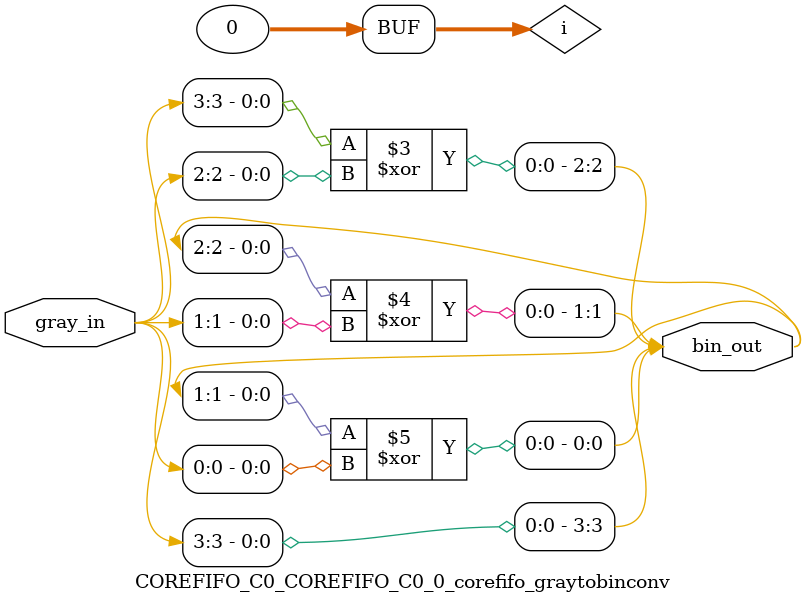
<source format=v>

`timescale 1ns / 100ps

module COREFIFO_C0_COREFIFO_C0_0_corefifo_graytobinconv(
                                         gray_in,
                                         bin_out
                                        );

   // --------------------------------------------------------------------------
   // Parameter Declaration
   // --------------------------------------------------------------------------
   parameter ADDRWIDTH  = 3;
  // parameter SYNC_RESET = 0;   

   // --------------------------------------------------------------------------
   // I/O Declaration
   // --------------------------------------------------------------------------

   //--------
   // Inputs
   //--------
   input [ADDRWIDTH:0]    gray_in;

   //---------
   // Outputs
   //---------
   output [ADDRWIDTH:0] bin_out;

   // --------------------------------------------------------------------------
   // Internal signals
   // --------------------------------------------------------------------------
   reg [ADDRWIDTH:0]      bin_out;   
   integer                i;
   

   // --------------------------------------------------------------------------
   //                               Start - of - Code
   // --------------------------------------------------------------------------


   // --------------------------------------------------------------------------
   // Logic to Convert the Gray code to Binary
   // --------------------------------------------------------------------------
   always @(*) begin

      bin_out[ADDRWIDTH]  = gray_in[ADDRWIDTH];      

      for(i=ADDRWIDTH;i>0;i = i-1) begin
         bin_out[i-1]     = (bin_out[i] ^ gray_in[i-1]);
      end

   end

endmodule // corefifo_grayToBinConv

// --------------------------------------------------------------------------
//                             End - of - Code
// --------------------------------------------------------------------------

</source>
